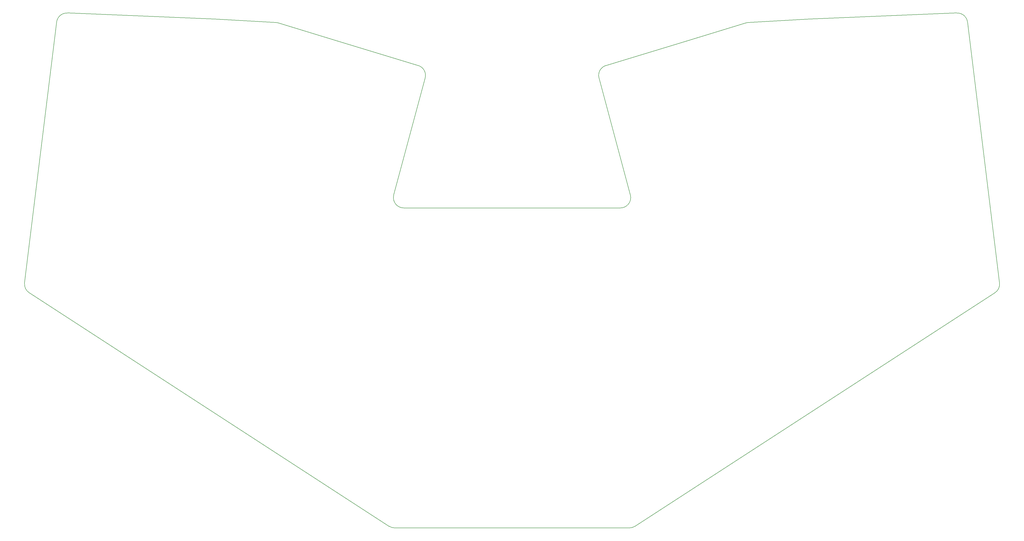
<source format=gbr>
%TF.GenerationSoftware,KiCad,Pcbnew,8.0.6*%
%TF.CreationDate,2024-12-18T16:31:54-08:00*%
%TF.ProjectId,gundamBowtie,67756e64-616d-4426-9f77-7469652e6b69,v1.0.0*%
%TF.SameCoordinates,Original*%
%TF.FileFunction,Profile,NP*%
%FSLAX46Y46*%
G04 Gerber Fmt 4.6, Leading zero omitted, Abs format (unit mm)*
G04 Created by KiCad (PCBNEW 8.0.6) date 2024-12-18 16:31:54*
%MOMM*%
%LPD*%
G01*
G04 APERTURE LIST*
%TA.AperFunction,Profile*%
%ADD10C,0.150000*%
%TD*%
G04 APERTURE END LIST*
D10*
X92530725Y-46569009D02*
X35744162Y-44269330D01*
X298381474Y-48108822D02*
X275430247Y-55124847D01*
X162120967Y-114771598D02*
X174264099Y-69452702D01*
X171563169Y-64590189D02*
G75*
G02*
X174264154Y-69452717I-1162737J-3827286D01*
G01*
X31612077Y-47778575D02*
X19204063Y-148834043D01*
X298381452Y-48108819D02*
G75*
G02*
X299322343Y-47940623I1169178J-3824629D01*
G01*
X20996030Y-152676451D02*
X160348387Y-243153831D01*
X241574180Y-69452731D02*
X253717349Y-114771645D01*
X396634242Y-148834051D02*
G75*
G02*
X394842288Y-152676432I-3970120J-487516D01*
G01*
X380094134Y-44269328D02*
X323307570Y-46568994D01*
X92530725Y-46569009D02*
G75*
G02*
X92597321Y-46572254I-166195J-4095185D01*
G01*
X323240950Y-46572248D02*
X299322344Y-47940646D01*
X162526613Y-243798941D02*
G75*
G02*
X160348390Y-243153826I9J3999958D01*
G01*
X162526613Y-243798941D02*
X253311668Y-243798960D01*
X31612127Y-47778589D02*
G75*
G02*
X35744162Y-44269331I3970182J-487462D01*
G01*
X140408049Y-55124842D02*
X117456850Y-48108858D01*
X275423668Y-55126845D02*
X244275103Y-64590211D01*
X241574180Y-69452731D02*
G75*
G02*
X244275086Y-64590156I3863743J1035286D01*
G01*
X20996012Y-152676452D02*
G75*
G02*
X19203954Y-148834030I2178203J3354995D01*
G01*
X116515956Y-47940622D02*
G75*
G02*
X117456860Y-48108824I-228409J-3993457D01*
G01*
X165984657Y-119806877D02*
G75*
G02*
X162120921Y-114771586I-20J4000013D01*
G01*
X255489901Y-243153883D02*
G75*
G02*
X253311668Y-243798953I-2178185J3354964D01*
G01*
X253717349Y-114771645D02*
G75*
G02*
X249853634Y-119806908I-3863715J-1035257D01*
G01*
X380094161Y-44269331D02*
G75*
G02*
X384226266Y-47778560I161897J-3996751D01*
G01*
X171563169Y-64590189D02*
X140414592Y-55126879D01*
X396634242Y-148834051D02*
X384226185Y-47778570D01*
X249853634Y-119806902D02*
X165984657Y-119806877D01*
X323240950Y-46572248D02*
G75*
G02*
X323307570Y-46568992I229776J-4017679D01*
G01*
X255489901Y-243153883D02*
X394842268Y-152676402D01*
X116515956Y-47940622D02*
X92597321Y-46572263D01*
M02*

</source>
